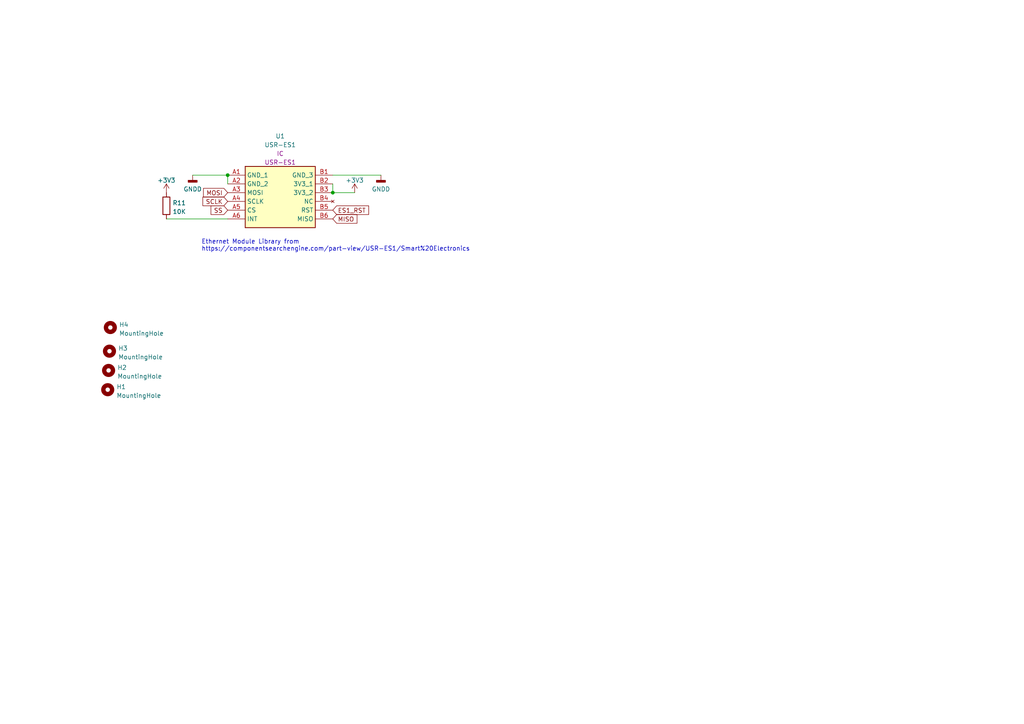
<source format=kicad_sch>
(kicad_sch (version 20231120) (generator "eeschema") (generator_version "8.0")
  (paper "A4")
  (lib_symbols
    (symbol "Device:R" (pin_numbers hide) (pin_names (offset 0))
      (property "Reference" "R" (at 2.032 0 90))
      (property "Value" "R" (at 0 0 90))
      (symbol "R_0_1"
        (rectangle (start -1.016 -2.54) (end 1.016 2.54) (stroke (width 0.254)))
      )
      (symbol "R_1_1"
        (pin passive line (at 0 3.81 270) (length 1.27) (name "~") (number "1"))
        (pin passive line (at 0 -3.81 90) (length 1.27) (name "~") (number "2"))
      )
    )
    (symbol "Mechanical:MountingHole" (pin_names (offset 1.016))
      (property "Reference" "H" (at 0 5.08 0))
      (property "Value" "MountingHole" (at 0 3.175 0))
      (symbol "MountingHole_0_1"
        (circle (center 0 0) (radius 1.27) (stroke (width 1.27)))
      )
    )
    (symbol "USR-ES1:USR-ES1"
      (property "Value" "USR-ES1" (at 0 0 0))
      (property "Reference_1" "IC" (at 26.67 7.62 0))
      (property "Value_1" "USR-ES1" (at 26.67 5.08 0))
      (symbol "USR-ES1_1_1"
        (rectangle (start 5.08 2.54) (end 25.4 -15.24) (stroke (width 0.254)) (fill (type background)))
        (pin passive line (at 0 0 0) (length 5.08) (name "GND_1") (number "A1"))
        (pin passive line (at 0 -2.54 0) (length 5.08) (name "GND_2") (number "A2"))
        (pin passive line (at 0 -5.08 0) (length 5.08) (name "MOSI") (number "A3"))
        (pin passive line (at 0 -7.62 0) (length 5.08) (name "SCLK") (number "A4"))
        (pin passive line (at 0 -10.16 0) (length 5.08) (name "CS") (number "A5"))
        (pin passive line (at 0 -12.7 0) (length 5.08) (name "INT") (number "A6"))
        (pin passive line (at 30.48 0 180) (length 5.08) (name "GND_3") (number "B1"))
        (pin passive line (at 30.48 -2.54 180) (length 5.08) (name "3V3_1") (number "B2"))
        (pin passive line (at 30.48 -5.08 180) (length 5.08) (name "3V3_2") (number "B3"))
        (pin no_connect line (at 30.48 -7.62 180) (length 5.08) (name "NC") (number "B4"))
        (pin passive line (at 30.48 -10.16 180) (length 5.08) (name "RST") (number "B5"))
        (pin passive line (at 30.48 -12.7 180) (length 5.08) (name "MISO") (number "B6"))
      )
    )
    (symbol "power:+3V3" (power) (pin_names (offset 0))
      (property "Value" "+3V3" (at 0 3.556 0))
      (symbol "+3V3_0_1"
        (polyline (pts (xy -0.762 1.27) (xy 0 2.54)))
        (polyline (pts (xy 0 0) (xy 0 2.54)))
        (polyline (pts (xy 0 2.54) (xy 0.762 1.27)))
      )
      (symbol "+3V3_1_1"
        (pin power_in line (at 0 0 90) (length 0) hide (name "+3V3") (number "1"))
      )
    )
    (symbol "power:GNDD" (power) (pin_names (offset 0))
      (property "Value" "GNDD" (at 0 -3.175 0))
      (symbol "GNDD_0_1"
        (rectangle (start -1.27 -1.524) (end 1.27 -2.032) (stroke (width 0.254)) (fill (type outline)))
        (polyline (pts (xy 0 0) (xy 0 -1.524)))
      )
      (symbol "GNDD_1_1"
        (pin power_in line (at 0 0 270) (length 0) hide (name "GNDD") (number "1"))
      )
    )
  )
  (junction (at 66.04 50.8))
  (junction (at 96.52 55.88))
  (wire (pts (xy 96.52 50.8) (xy 110.49 50.8)))
  (wire (pts (xy 66.04 50.8) (xy 66.04 53.34)))
  (wire (pts (xy 96.52 55.88) (xy 102.87 55.88)))
  (wire (pts (xy 96.52 53.34) (xy 96.52 55.88)))
  (wire (pts (xy 55.88 50.8) (xy 66.04 50.8)))
  (wire (pts (xy 48.26 63.5) (xy 66.04 63.5)))
  (text "Ethernet Module Library from \nhttps://componentsearchengine.com/part-view/USR-ES1/Smart%20Electronics" (at 58.42 73.025 0) (effects (font (size 1.27 1.27)) (justify left bottom)))
  (global_label "MOSI" (shape input) (at 66.04 55.88 180) (property "Intersheetrefs" "${INTERSHEET_REFS}" (effects (hide yes))))
  (global_label "MISO" (shape input) (at 96.52 63.5 0) (property "Intersheetrefs" "${INTERSHEET_REFS}" (effects (hide yes))))
  (global_label "SS" (shape input) (at 66.04 60.96 180) (property "Intersheetrefs" "${INTERSHEET_REFS}" (effects (hide yes))))
  (global_label "SCLK" (shape input) (at 66.04 58.42 180) (property "Intersheetrefs" "${INTERSHEET_REFS}" (effects (hide yes))))
  (global_label "ES1_RST" (shape input) (at 96.52 60.96 0) (property "Intersheetrefs" "${INTERSHEET_REFS}" (effects (hide yes))))
  (symbol (lib_id "Mechanical:MountingHole") (at 31.496 107.442 0) (unit 1)
    (property "Reference" "H2" (at 34.036 106.6073 0) (effects (justify left)))
    (property "Value" "MountingHole" (at 34.036 109.1442 0) (effects (justify left)))
    (property "Footprint" "MountingHole:MountingHole_3.2mm_M3" (effects (hide yes)))
  )
  (symbol (lib_id "power:GNDD") (at 55.88 50.8 0) (unit 1)
    (property "Reference" "#PWR014" (effects (hide yes)))
    (property "Value" "GNDD" (at 55.88 54.8624 0))
  )
  (symbol (lib_id "Mechanical:MountingHole") (at 31.75 101.854 0) (unit 1)
    (property "Reference" "H3" (at 34.29 101.0193 0) (effects (justify left)))
    (property "Value" "MountingHole" (at 34.29 103.5562 0) (effects (justify left)))
    (property "Footprint" "MountingHole:MountingHole_3.2mm_M3" (effects (hide yes)))
  )
  (symbol (lib_id "Device:R") (at 48.26 59.69 0) (unit 1)
    (property "Reference" "R11" (at 50.038 58.8553 0) (effects (justify left)))
    (property "Value" "10K" (at 50.038 61.3922 0) (effects (justify left)))
    (property "Footprint" "PT_Library_v001:PT_R_Axial_DIN0204_L3.6mm_D1.6mm_P2.54mm_Vertical" (effects (hide yes)))
  )
  (symbol (lib_id "power:+3V3") (at 102.87 55.88 0) (unit 1)
    (property "Reference" "#PWR015" (effects (hide yes)))
    (property "Value" "+3V3" (at 102.87 52.3042 0))
  )
  (symbol (lib_id "power:+3V3") (at 48.26 55.88 0) (unit 1)
    (property "Reference" "#PWR013" (effects (hide yes)))
    (property "Value" "+3V3" (at 48.26 52.3042 0))
  )
  (symbol (lib_id "power:GNDD") (at 110.49 50.8 0) (unit 1)
    (property "Reference" "#PWR016" (effects (hide yes)))
    (property "Value" "GNDD" (at 110.49 54.8624 0))
  )
  (symbol (lib_id "Mechanical:MountingHole") (at 32.004 94.996 0) (unit 1)
    (property "Reference" "H4" (at 34.544 94.1613 0) (effects (justify left)))
    (property "Value" "MountingHole" (at 34.544 96.6982 0) (effects (justify left)))
    (property "Footprint" "MountingHole:MountingHole_3.2mm_M3" (effects (hide yes)))
  )
  (symbol (lib_id "USR-ES1:USR-ES1") (at 66.04 50.8 0) (unit 1)
    (property "Reference" "U1" (at 81.28 39.4864 0))
    (property "Value" "USR-ES1" (at 81.28 42.0233 0))
    (property "Footprint" "USR-ES1:USRES1" (effects (hide yes)))
    (property "Reference_1" "IC" (at 81.28 44.5602 0))
    (property "Value_1" "USR-ES1" (at 81.28 47.0971 0))
    (property "Footprint_1" "USRES1" (effects (hide yes)))
    (property "Datasheet_1" "https://www.aliexpress.com/item/Free-Shipping-USR-ES1-W5500-Chip-New-SPI-to-LAN-Ethernet-Converter-TCP-IP-Mod/32714438223.html?spm=a2g0s.9042311.0.0.27424c4dBBEz2G" (effects (hide yes)))
    (property "Height" "3" (effects (hide yes)))
    (property "Manufacturer_Name" "Smart Electronics" (effects (hide yes)))
    (property "Manufacturer_Part_Number" "USR-ES1" (effects (hide yes)))
  )
  (symbol (lib_id "Mechanical:MountingHole") (at 31.242 113.03 0) (unit 1)
    (property "Reference" "H1" (at 33.782 112.1953 0) (effects (justify left)))
    (property "Value" "MountingHole" (at 33.782 114.7322 0) (effects (justify left)))
    (property "Footprint" "MountingHole:MountingHole_3.2mm_M3" (effects (hide yes)))
  )
)
</source>
